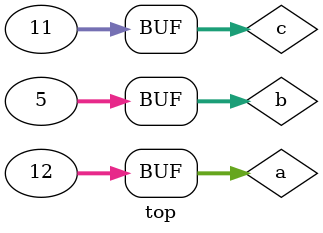
<source format=sv>
/*
:name: cond_op
:description: ?: operator test
:should_fail: 0
:tags: 11.4.11
*/
module top();

int a = 12;
int b = 5;
int c;

initial begin
	c = (a > b) ? 11 : 13;
end

endmodule

</source>
